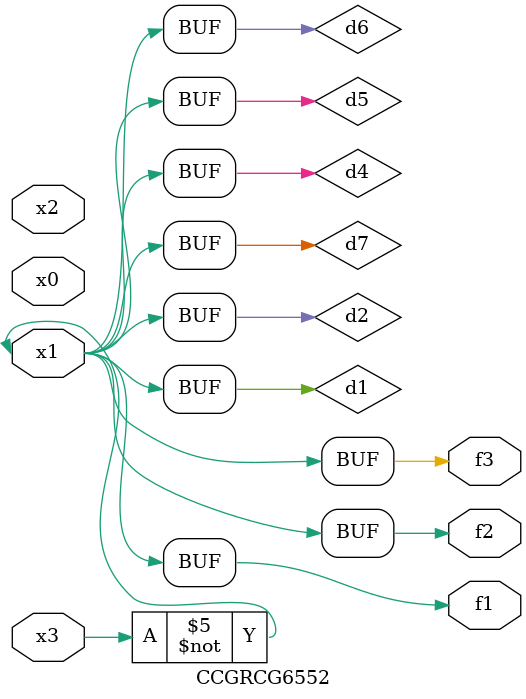
<source format=v>
module CCGRCG6552(
	input x0, x1, x2, x3,
	output f1, f2, f3
);

	wire d1, d2, d3, d4, d5, d6, d7;

	not (d1, x3);
	buf (d2, x1);
	xnor (d3, d1, d2);
	nor (d4, d1);
	buf (d5, d1, d2);
	buf (d6, d4, d5);
	nand (d7, d4);
	assign f1 = d6;
	assign f2 = d7;
	assign f3 = d6;
endmodule

</source>
